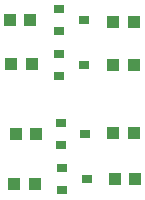
<source format=gbr>
%TF.GenerationSoftware,KiCad,Pcbnew,6.0.11+dfsg-1*%
%TF.CreationDate,2024-09-22T16:02:17-05:00*%
%TF.ProjectId,ps2_pico_hat,7073325f-7069-4636-9f5f-6861742e6b69,rev?*%
%TF.SameCoordinates,Original*%
%TF.FileFunction,Paste,Top*%
%TF.FilePolarity,Positive*%
%FSLAX46Y46*%
G04 Gerber Fmt 4.6, Leading zero omitted, Abs format (unit mm)*
G04 Created by KiCad (PCBNEW 6.0.11+dfsg-1) date 2024-09-22 16:02:17*
%MOMM*%
%LPD*%
G01*
G04 APERTURE LIST*
%ADD10R,1.100000X1.000000*%
%ADD11R,0.900000X0.800000*%
G04 APERTURE END LIST*
D10*
%TO.C,R7*%
X114134000Y-127889000D03*
X112434000Y-127889000D03*
%TD*%
%TO.C,R6*%
X105625000Y-128270000D03*
X103925000Y-128270000D03*
%TD*%
%TO.C,R1*%
X105752000Y-124079000D03*
X104052000Y-124079000D03*
%TD*%
D11*
%TO.C,Q4*%
X107839000Y-123129000D03*
X107839000Y-125029000D03*
X109939000Y-124079000D03*
%TD*%
%TO.C,Q1*%
X107712000Y-113477000D03*
X107712000Y-115377000D03*
X109812000Y-114427000D03*
%TD*%
%TO.C,Q3*%
X107712000Y-117287000D03*
X107712000Y-119187000D03*
X109812000Y-118237000D03*
%TD*%
D10*
%TO.C,R4*%
X114007000Y-114554000D03*
X112307000Y-114554000D03*
%TD*%
%TO.C,R2*%
X105371000Y-118110000D03*
X103671000Y-118110000D03*
%TD*%
D11*
%TO.C,Q2*%
X107966000Y-126939000D03*
X107966000Y-128839000D03*
X110066000Y-127889000D03*
%TD*%
D10*
%TO.C,R5*%
X114007000Y-123952000D03*
X112307000Y-123952000D03*
%TD*%
%TO.C,R3*%
X105244000Y-114427000D03*
X103544000Y-114427000D03*
%TD*%
%TO.C,R8*%
X114007000Y-118237000D03*
X112307000Y-118237000D03*
%TD*%
M02*

</source>
